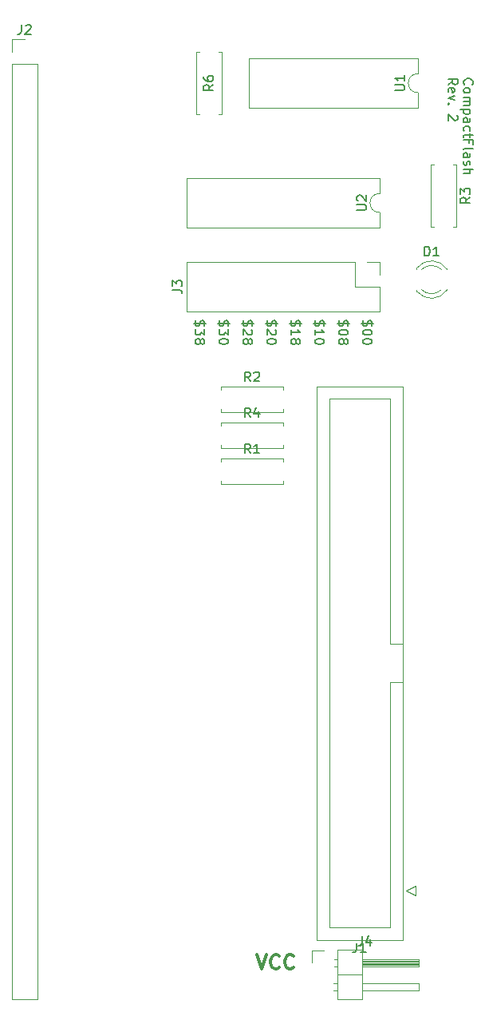
<source format=gbr>
%TF.GenerationSoftware,KiCad,Pcbnew,5.1.6-c6e7f7d~87~ubuntu18.04.1*%
%TF.CreationDate,2020-10-10T11:51:25+01:00*%
%TF.ProjectId,CFCard,43464361-7264-42e6-9b69-6361645f7063,rev?*%
%TF.SameCoordinates,Original*%
%TF.FileFunction,Legend,Top*%
%TF.FilePolarity,Positive*%
%FSLAX46Y46*%
G04 Gerber Fmt 4.6, Leading zero omitted, Abs format (unit mm)*
G04 Created by KiCad (PCBNEW 5.1.6-c6e7f7d~87~ubuntu18.04.1) date 2020-10-10 11:51:25*
%MOMM*%
%LPD*%
G01*
G04 APERTURE LIST*
%ADD10C,0.300000*%
%ADD11C,0.150000*%
%ADD12C,0.120000*%
G04 APERTURE END LIST*
D10*
X109760000Y-132528571D02*
X110260000Y-134028571D01*
X110760000Y-132528571D01*
X112117142Y-133885714D02*
X112045714Y-133957142D01*
X111831428Y-134028571D01*
X111688571Y-134028571D01*
X111474285Y-133957142D01*
X111331428Y-133814285D01*
X111260000Y-133671428D01*
X111188571Y-133385714D01*
X111188571Y-133171428D01*
X111260000Y-132885714D01*
X111331428Y-132742857D01*
X111474285Y-132600000D01*
X111688571Y-132528571D01*
X111831428Y-132528571D01*
X112045714Y-132600000D01*
X112117142Y-132671428D01*
X113617142Y-133885714D02*
X113545714Y-133957142D01*
X113331428Y-134028571D01*
X113188571Y-134028571D01*
X112974285Y-133957142D01*
X112831428Y-133814285D01*
X112760000Y-133671428D01*
X112688571Y-133385714D01*
X112688571Y-133171428D01*
X112760000Y-132885714D01*
X112831428Y-132742857D01*
X112974285Y-132600000D01*
X113188571Y-132528571D01*
X113331428Y-132528571D01*
X113545714Y-132600000D01*
X113617142Y-132671428D01*
D11*
X103227238Y-65311976D02*
X103179619Y-65454833D01*
X103179619Y-65692928D01*
X103227238Y-65788166D01*
X103274857Y-65835785D01*
X103370095Y-65883404D01*
X103465333Y-65883404D01*
X103560571Y-65835785D01*
X103608190Y-65788166D01*
X103655809Y-65692928D01*
X103703428Y-65502452D01*
X103751047Y-65407214D01*
X103798666Y-65359595D01*
X103893904Y-65311976D01*
X103989142Y-65311976D01*
X104084380Y-65359595D01*
X104132000Y-65407214D01*
X104179619Y-65502452D01*
X104179619Y-65740547D01*
X104132000Y-65883404D01*
X104322476Y-65597690D02*
X103036761Y-65597690D01*
X104179619Y-66216738D02*
X104179619Y-66835785D01*
X103798666Y-66502452D01*
X103798666Y-66645309D01*
X103751047Y-66740547D01*
X103703428Y-66788166D01*
X103608190Y-66835785D01*
X103370095Y-66835785D01*
X103274857Y-66788166D01*
X103227238Y-66740547D01*
X103179619Y-66645309D01*
X103179619Y-66359595D01*
X103227238Y-66264357D01*
X103274857Y-66216738D01*
X103751047Y-67407214D02*
X103798666Y-67311976D01*
X103846285Y-67264357D01*
X103941523Y-67216738D01*
X103989142Y-67216738D01*
X104084380Y-67264357D01*
X104132000Y-67311976D01*
X104179619Y-67407214D01*
X104179619Y-67597690D01*
X104132000Y-67692928D01*
X104084380Y-67740547D01*
X103989142Y-67788166D01*
X103941523Y-67788166D01*
X103846285Y-67740547D01*
X103798666Y-67692928D01*
X103751047Y-67597690D01*
X103751047Y-67407214D01*
X103703428Y-67311976D01*
X103655809Y-67264357D01*
X103560571Y-67216738D01*
X103370095Y-67216738D01*
X103274857Y-67264357D01*
X103227238Y-67311976D01*
X103179619Y-67407214D01*
X103179619Y-67597690D01*
X103227238Y-67692928D01*
X103274857Y-67740547D01*
X103370095Y-67788166D01*
X103560571Y-67788166D01*
X103655809Y-67740547D01*
X103703428Y-67692928D01*
X103751047Y-67597690D01*
X105767238Y-65311976D02*
X105719619Y-65454833D01*
X105719619Y-65692928D01*
X105767238Y-65788166D01*
X105814857Y-65835785D01*
X105910095Y-65883404D01*
X106005333Y-65883404D01*
X106100571Y-65835785D01*
X106148190Y-65788166D01*
X106195809Y-65692928D01*
X106243428Y-65502452D01*
X106291047Y-65407214D01*
X106338666Y-65359595D01*
X106433904Y-65311976D01*
X106529142Y-65311976D01*
X106624380Y-65359595D01*
X106672000Y-65407214D01*
X106719619Y-65502452D01*
X106719619Y-65740547D01*
X106672000Y-65883404D01*
X106862476Y-65597690D02*
X105576761Y-65597690D01*
X106719619Y-66216738D02*
X106719619Y-66835785D01*
X106338666Y-66502452D01*
X106338666Y-66645309D01*
X106291047Y-66740547D01*
X106243428Y-66788166D01*
X106148190Y-66835785D01*
X105910095Y-66835785D01*
X105814857Y-66788166D01*
X105767238Y-66740547D01*
X105719619Y-66645309D01*
X105719619Y-66359595D01*
X105767238Y-66264357D01*
X105814857Y-66216738D01*
X106719619Y-67454833D02*
X106719619Y-67550071D01*
X106672000Y-67645309D01*
X106624380Y-67692928D01*
X106529142Y-67740547D01*
X106338666Y-67788166D01*
X106100571Y-67788166D01*
X105910095Y-67740547D01*
X105814857Y-67692928D01*
X105767238Y-67645309D01*
X105719619Y-67550071D01*
X105719619Y-67454833D01*
X105767238Y-67359595D01*
X105814857Y-67311976D01*
X105910095Y-67264357D01*
X106100571Y-67216738D01*
X106338666Y-67216738D01*
X106529142Y-67264357D01*
X106624380Y-67311976D01*
X106672000Y-67359595D01*
X106719619Y-67454833D01*
X108307238Y-65311976D02*
X108259619Y-65454833D01*
X108259619Y-65692928D01*
X108307238Y-65788166D01*
X108354857Y-65835785D01*
X108450095Y-65883404D01*
X108545333Y-65883404D01*
X108640571Y-65835785D01*
X108688190Y-65788166D01*
X108735809Y-65692928D01*
X108783428Y-65502452D01*
X108831047Y-65407214D01*
X108878666Y-65359595D01*
X108973904Y-65311976D01*
X109069142Y-65311976D01*
X109164380Y-65359595D01*
X109212000Y-65407214D01*
X109259619Y-65502452D01*
X109259619Y-65740547D01*
X109212000Y-65883404D01*
X109402476Y-65597690D02*
X108116761Y-65597690D01*
X109164380Y-66264357D02*
X109212000Y-66311976D01*
X109259619Y-66407214D01*
X109259619Y-66645309D01*
X109212000Y-66740547D01*
X109164380Y-66788166D01*
X109069142Y-66835785D01*
X108973904Y-66835785D01*
X108831047Y-66788166D01*
X108259619Y-66216738D01*
X108259619Y-66835785D01*
X108831047Y-67407214D02*
X108878666Y-67311976D01*
X108926285Y-67264357D01*
X109021523Y-67216738D01*
X109069142Y-67216738D01*
X109164380Y-67264357D01*
X109212000Y-67311976D01*
X109259619Y-67407214D01*
X109259619Y-67597690D01*
X109212000Y-67692928D01*
X109164380Y-67740547D01*
X109069142Y-67788166D01*
X109021523Y-67788166D01*
X108926285Y-67740547D01*
X108878666Y-67692928D01*
X108831047Y-67597690D01*
X108831047Y-67407214D01*
X108783428Y-67311976D01*
X108735809Y-67264357D01*
X108640571Y-67216738D01*
X108450095Y-67216738D01*
X108354857Y-67264357D01*
X108307238Y-67311976D01*
X108259619Y-67407214D01*
X108259619Y-67597690D01*
X108307238Y-67692928D01*
X108354857Y-67740547D01*
X108450095Y-67788166D01*
X108640571Y-67788166D01*
X108735809Y-67740547D01*
X108783428Y-67692928D01*
X108831047Y-67597690D01*
X110847238Y-65311976D02*
X110799619Y-65454833D01*
X110799619Y-65692928D01*
X110847238Y-65788166D01*
X110894857Y-65835785D01*
X110990095Y-65883404D01*
X111085333Y-65883404D01*
X111180571Y-65835785D01*
X111228190Y-65788166D01*
X111275809Y-65692928D01*
X111323428Y-65502452D01*
X111371047Y-65407214D01*
X111418666Y-65359595D01*
X111513904Y-65311976D01*
X111609142Y-65311976D01*
X111704380Y-65359595D01*
X111752000Y-65407214D01*
X111799619Y-65502452D01*
X111799619Y-65740547D01*
X111752000Y-65883404D01*
X111942476Y-65597690D02*
X110656761Y-65597690D01*
X111704380Y-66264357D02*
X111752000Y-66311976D01*
X111799619Y-66407214D01*
X111799619Y-66645309D01*
X111752000Y-66740547D01*
X111704380Y-66788166D01*
X111609142Y-66835785D01*
X111513904Y-66835785D01*
X111371047Y-66788166D01*
X110799619Y-66216738D01*
X110799619Y-66835785D01*
X111799619Y-67454833D02*
X111799619Y-67550071D01*
X111752000Y-67645309D01*
X111704380Y-67692928D01*
X111609142Y-67740547D01*
X111418666Y-67788166D01*
X111180571Y-67788166D01*
X110990095Y-67740547D01*
X110894857Y-67692928D01*
X110847238Y-67645309D01*
X110799619Y-67550071D01*
X110799619Y-67454833D01*
X110847238Y-67359595D01*
X110894857Y-67311976D01*
X110990095Y-67264357D01*
X111180571Y-67216738D01*
X111418666Y-67216738D01*
X111609142Y-67264357D01*
X111704380Y-67311976D01*
X111752000Y-67359595D01*
X111799619Y-67454833D01*
X113387238Y-65311976D02*
X113339619Y-65454833D01*
X113339619Y-65692928D01*
X113387238Y-65788166D01*
X113434857Y-65835785D01*
X113530095Y-65883404D01*
X113625333Y-65883404D01*
X113720571Y-65835785D01*
X113768190Y-65788166D01*
X113815809Y-65692928D01*
X113863428Y-65502452D01*
X113911047Y-65407214D01*
X113958666Y-65359595D01*
X114053904Y-65311976D01*
X114149142Y-65311976D01*
X114244380Y-65359595D01*
X114292000Y-65407214D01*
X114339619Y-65502452D01*
X114339619Y-65740547D01*
X114292000Y-65883404D01*
X114482476Y-65597690D02*
X113196761Y-65597690D01*
X113339619Y-66835785D02*
X113339619Y-66264357D01*
X113339619Y-66550071D02*
X114339619Y-66550071D01*
X114196761Y-66454833D01*
X114101523Y-66359595D01*
X114053904Y-66264357D01*
X113911047Y-67407214D02*
X113958666Y-67311976D01*
X114006285Y-67264357D01*
X114101523Y-67216738D01*
X114149142Y-67216738D01*
X114244380Y-67264357D01*
X114292000Y-67311976D01*
X114339619Y-67407214D01*
X114339619Y-67597690D01*
X114292000Y-67692928D01*
X114244380Y-67740547D01*
X114149142Y-67788166D01*
X114101523Y-67788166D01*
X114006285Y-67740547D01*
X113958666Y-67692928D01*
X113911047Y-67597690D01*
X113911047Y-67407214D01*
X113863428Y-67311976D01*
X113815809Y-67264357D01*
X113720571Y-67216738D01*
X113530095Y-67216738D01*
X113434857Y-67264357D01*
X113387238Y-67311976D01*
X113339619Y-67407214D01*
X113339619Y-67597690D01*
X113387238Y-67692928D01*
X113434857Y-67740547D01*
X113530095Y-67788166D01*
X113720571Y-67788166D01*
X113815809Y-67740547D01*
X113863428Y-67692928D01*
X113911047Y-67597690D01*
X115927238Y-65311976D02*
X115879619Y-65454833D01*
X115879619Y-65692928D01*
X115927238Y-65788166D01*
X115974857Y-65835785D01*
X116070095Y-65883404D01*
X116165333Y-65883404D01*
X116260571Y-65835785D01*
X116308190Y-65788166D01*
X116355809Y-65692928D01*
X116403428Y-65502452D01*
X116451047Y-65407214D01*
X116498666Y-65359595D01*
X116593904Y-65311976D01*
X116689142Y-65311976D01*
X116784380Y-65359595D01*
X116832000Y-65407214D01*
X116879619Y-65502452D01*
X116879619Y-65740547D01*
X116832000Y-65883404D01*
X117022476Y-65597690D02*
X115736761Y-65597690D01*
X115879619Y-66835785D02*
X115879619Y-66264357D01*
X115879619Y-66550071D02*
X116879619Y-66550071D01*
X116736761Y-66454833D01*
X116641523Y-66359595D01*
X116593904Y-66264357D01*
X116879619Y-67454833D02*
X116879619Y-67550071D01*
X116832000Y-67645309D01*
X116784380Y-67692928D01*
X116689142Y-67740547D01*
X116498666Y-67788166D01*
X116260571Y-67788166D01*
X116070095Y-67740547D01*
X115974857Y-67692928D01*
X115927238Y-67645309D01*
X115879619Y-67550071D01*
X115879619Y-67454833D01*
X115927238Y-67359595D01*
X115974857Y-67311976D01*
X116070095Y-67264357D01*
X116260571Y-67216738D01*
X116498666Y-67216738D01*
X116689142Y-67264357D01*
X116784380Y-67311976D01*
X116832000Y-67359595D01*
X116879619Y-67454833D01*
X118467238Y-65311976D02*
X118419619Y-65454833D01*
X118419619Y-65692928D01*
X118467238Y-65788166D01*
X118514857Y-65835785D01*
X118610095Y-65883404D01*
X118705333Y-65883404D01*
X118800571Y-65835785D01*
X118848190Y-65788166D01*
X118895809Y-65692928D01*
X118943428Y-65502452D01*
X118991047Y-65407214D01*
X119038666Y-65359595D01*
X119133904Y-65311976D01*
X119229142Y-65311976D01*
X119324380Y-65359595D01*
X119372000Y-65407214D01*
X119419619Y-65502452D01*
X119419619Y-65740547D01*
X119372000Y-65883404D01*
X119562476Y-65597690D02*
X118276761Y-65597690D01*
X119419619Y-66502452D02*
X119419619Y-66597690D01*
X119372000Y-66692928D01*
X119324380Y-66740547D01*
X119229142Y-66788166D01*
X119038666Y-66835785D01*
X118800571Y-66835785D01*
X118610095Y-66788166D01*
X118514857Y-66740547D01*
X118467238Y-66692928D01*
X118419619Y-66597690D01*
X118419619Y-66502452D01*
X118467238Y-66407214D01*
X118514857Y-66359595D01*
X118610095Y-66311976D01*
X118800571Y-66264357D01*
X119038666Y-66264357D01*
X119229142Y-66311976D01*
X119324380Y-66359595D01*
X119372000Y-66407214D01*
X119419619Y-66502452D01*
X118991047Y-67407214D02*
X119038666Y-67311976D01*
X119086285Y-67264357D01*
X119181523Y-67216738D01*
X119229142Y-67216738D01*
X119324380Y-67264357D01*
X119372000Y-67311976D01*
X119419619Y-67407214D01*
X119419619Y-67597690D01*
X119372000Y-67692928D01*
X119324380Y-67740547D01*
X119229142Y-67788166D01*
X119181523Y-67788166D01*
X119086285Y-67740547D01*
X119038666Y-67692928D01*
X118991047Y-67597690D01*
X118991047Y-67407214D01*
X118943428Y-67311976D01*
X118895809Y-67264357D01*
X118800571Y-67216738D01*
X118610095Y-67216738D01*
X118514857Y-67264357D01*
X118467238Y-67311976D01*
X118419619Y-67407214D01*
X118419619Y-67597690D01*
X118467238Y-67692928D01*
X118514857Y-67740547D01*
X118610095Y-67788166D01*
X118800571Y-67788166D01*
X118895809Y-67740547D01*
X118943428Y-67692928D01*
X118991047Y-67597690D01*
X121007238Y-65311976D02*
X120959619Y-65454833D01*
X120959619Y-65692928D01*
X121007238Y-65788166D01*
X121054857Y-65835785D01*
X121150095Y-65883404D01*
X121245333Y-65883404D01*
X121340571Y-65835785D01*
X121388190Y-65788166D01*
X121435809Y-65692928D01*
X121483428Y-65502452D01*
X121531047Y-65407214D01*
X121578666Y-65359595D01*
X121673904Y-65311976D01*
X121769142Y-65311976D01*
X121864380Y-65359595D01*
X121912000Y-65407214D01*
X121959619Y-65502452D01*
X121959619Y-65740547D01*
X121912000Y-65883404D01*
X122102476Y-65597690D02*
X120816761Y-65597690D01*
X121959619Y-66502452D02*
X121959619Y-66597690D01*
X121912000Y-66692928D01*
X121864380Y-66740547D01*
X121769142Y-66788166D01*
X121578666Y-66835785D01*
X121340571Y-66835785D01*
X121150095Y-66788166D01*
X121054857Y-66740547D01*
X121007238Y-66692928D01*
X120959619Y-66597690D01*
X120959619Y-66502452D01*
X121007238Y-66407214D01*
X121054857Y-66359595D01*
X121150095Y-66311976D01*
X121340571Y-66264357D01*
X121578666Y-66264357D01*
X121769142Y-66311976D01*
X121864380Y-66359595D01*
X121912000Y-66407214D01*
X121959619Y-66502452D01*
X121959619Y-67454833D02*
X121959619Y-67550071D01*
X121912000Y-67645309D01*
X121864380Y-67692928D01*
X121769142Y-67740547D01*
X121578666Y-67788166D01*
X121340571Y-67788166D01*
X121150095Y-67740547D01*
X121054857Y-67692928D01*
X121007238Y-67645309D01*
X120959619Y-67550071D01*
X120959619Y-67454833D01*
X121007238Y-67359595D01*
X121054857Y-67311976D01*
X121150095Y-67264357D01*
X121340571Y-67216738D01*
X121578666Y-67216738D01*
X121769142Y-67264357D01*
X121864380Y-67311976D01*
X121912000Y-67359595D01*
X121959619Y-67454833D01*
X131785857Y-40277023D02*
X131738238Y-40229404D01*
X131690619Y-40086547D01*
X131690619Y-39991309D01*
X131738238Y-39848452D01*
X131833476Y-39753214D01*
X131928714Y-39705595D01*
X132119190Y-39657976D01*
X132262047Y-39657976D01*
X132452523Y-39705595D01*
X132547761Y-39753214D01*
X132643000Y-39848452D01*
X132690619Y-39991309D01*
X132690619Y-40086547D01*
X132643000Y-40229404D01*
X132595380Y-40277023D01*
X131690619Y-40848452D02*
X131738238Y-40753214D01*
X131785857Y-40705595D01*
X131881095Y-40657976D01*
X132166809Y-40657976D01*
X132262047Y-40705595D01*
X132309666Y-40753214D01*
X132357285Y-40848452D01*
X132357285Y-40991309D01*
X132309666Y-41086547D01*
X132262047Y-41134166D01*
X132166809Y-41181785D01*
X131881095Y-41181785D01*
X131785857Y-41134166D01*
X131738238Y-41086547D01*
X131690619Y-40991309D01*
X131690619Y-40848452D01*
X131690619Y-41610357D02*
X132357285Y-41610357D01*
X132262047Y-41610357D02*
X132309666Y-41657976D01*
X132357285Y-41753214D01*
X132357285Y-41896071D01*
X132309666Y-41991309D01*
X132214428Y-42038928D01*
X131690619Y-42038928D01*
X132214428Y-42038928D02*
X132309666Y-42086547D01*
X132357285Y-42181785D01*
X132357285Y-42324642D01*
X132309666Y-42419880D01*
X132214428Y-42467500D01*
X131690619Y-42467500D01*
X132357285Y-42943690D02*
X131357285Y-42943690D01*
X132309666Y-42943690D02*
X132357285Y-43038928D01*
X132357285Y-43229404D01*
X132309666Y-43324642D01*
X132262047Y-43372261D01*
X132166809Y-43419880D01*
X131881095Y-43419880D01*
X131785857Y-43372261D01*
X131738238Y-43324642D01*
X131690619Y-43229404D01*
X131690619Y-43038928D01*
X131738238Y-42943690D01*
X131690619Y-44277023D02*
X132214428Y-44277023D01*
X132309666Y-44229404D01*
X132357285Y-44134166D01*
X132357285Y-43943690D01*
X132309666Y-43848452D01*
X131738238Y-44277023D02*
X131690619Y-44181785D01*
X131690619Y-43943690D01*
X131738238Y-43848452D01*
X131833476Y-43800833D01*
X131928714Y-43800833D01*
X132023952Y-43848452D01*
X132071571Y-43943690D01*
X132071571Y-44181785D01*
X132119190Y-44277023D01*
X131738238Y-45181785D02*
X131690619Y-45086547D01*
X131690619Y-44896071D01*
X131738238Y-44800833D01*
X131785857Y-44753214D01*
X131881095Y-44705595D01*
X132166809Y-44705595D01*
X132262047Y-44753214D01*
X132309666Y-44800833D01*
X132357285Y-44896071D01*
X132357285Y-45086547D01*
X132309666Y-45181785D01*
X132357285Y-45467500D02*
X132357285Y-45848452D01*
X132690619Y-45610357D02*
X131833476Y-45610357D01*
X131738238Y-45657976D01*
X131690619Y-45753214D01*
X131690619Y-45848452D01*
X132214428Y-46515119D02*
X132214428Y-46181785D01*
X131690619Y-46181785D02*
X132690619Y-46181785D01*
X132690619Y-46657976D01*
X131690619Y-47181785D02*
X131738238Y-47086547D01*
X131833476Y-47038928D01*
X132690619Y-47038928D01*
X131690619Y-47991309D02*
X132214428Y-47991309D01*
X132309666Y-47943690D01*
X132357285Y-47848452D01*
X132357285Y-47657976D01*
X132309666Y-47562738D01*
X131738238Y-47991309D02*
X131690619Y-47896071D01*
X131690619Y-47657976D01*
X131738238Y-47562738D01*
X131833476Y-47515119D01*
X131928714Y-47515119D01*
X132023952Y-47562738D01*
X132071571Y-47657976D01*
X132071571Y-47896071D01*
X132119190Y-47991309D01*
X131738238Y-48419880D02*
X131690619Y-48515119D01*
X131690619Y-48705595D01*
X131738238Y-48800833D01*
X131833476Y-48848452D01*
X131881095Y-48848452D01*
X131976333Y-48800833D01*
X132023952Y-48705595D01*
X132023952Y-48562738D01*
X132071571Y-48467500D01*
X132166809Y-48419880D01*
X132214428Y-48419880D01*
X132309666Y-48467500D01*
X132357285Y-48562738D01*
X132357285Y-48705595D01*
X132309666Y-48800833D01*
X131690619Y-49277023D02*
X132690619Y-49277023D01*
X131690619Y-49705595D02*
X132214428Y-49705595D01*
X132309666Y-49657976D01*
X132357285Y-49562738D01*
X132357285Y-49419880D01*
X132309666Y-49324642D01*
X132262047Y-49277023D01*
X130040619Y-40277023D02*
X130516809Y-39943690D01*
X130040619Y-39705595D02*
X131040619Y-39705595D01*
X131040619Y-40086547D01*
X130993000Y-40181785D01*
X130945380Y-40229404D01*
X130850142Y-40277023D01*
X130707285Y-40277023D01*
X130612047Y-40229404D01*
X130564428Y-40181785D01*
X130516809Y-40086547D01*
X130516809Y-39705595D01*
X130088238Y-41086547D02*
X130040619Y-40991309D01*
X130040619Y-40800833D01*
X130088238Y-40705595D01*
X130183476Y-40657976D01*
X130564428Y-40657976D01*
X130659666Y-40705595D01*
X130707285Y-40800833D01*
X130707285Y-40991309D01*
X130659666Y-41086547D01*
X130564428Y-41134166D01*
X130469190Y-41134166D01*
X130373952Y-40657976D01*
X130707285Y-41467500D02*
X130040619Y-41705595D01*
X130707285Y-41943690D01*
X130135857Y-42324642D02*
X130088238Y-42372261D01*
X130040619Y-42324642D01*
X130088238Y-42277023D01*
X130135857Y-42324642D01*
X130040619Y-42324642D01*
X130945380Y-43515119D02*
X130993000Y-43562738D01*
X131040619Y-43657976D01*
X131040619Y-43896071D01*
X130993000Y-43991309D01*
X130945380Y-44038928D01*
X130850142Y-44086547D01*
X130754904Y-44086547D01*
X130612047Y-44038928D01*
X130040619Y-43467500D01*
X130040619Y-44086547D01*
D12*
%TO.C,J4*%
X118280000Y-132020000D02*
X118280000Y-137220000D01*
X118280000Y-137220000D02*
X120940000Y-137220000D01*
X120940000Y-137220000D02*
X120940000Y-132020000D01*
X120940000Y-132020000D02*
X118280000Y-132020000D01*
X120940000Y-132970000D02*
X126940000Y-132970000D01*
X126940000Y-132970000D02*
X126940000Y-133730000D01*
X126940000Y-133730000D02*
X120940000Y-133730000D01*
X120940000Y-133030000D02*
X126940000Y-133030000D01*
X120940000Y-133150000D02*
X126940000Y-133150000D01*
X120940000Y-133270000D02*
X126940000Y-133270000D01*
X120940000Y-133390000D02*
X126940000Y-133390000D01*
X120940000Y-133510000D02*
X126940000Y-133510000D01*
X120940000Y-133630000D02*
X126940000Y-133630000D01*
X117950000Y-132970000D02*
X118280000Y-132970000D01*
X117950000Y-133730000D02*
X118280000Y-133730000D01*
X118280000Y-134620000D02*
X120940000Y-134620000D01*
X120940000Y-135510000D02*
X126940000Y-135510000D01*
X126940000Y-135510000D02*
X126940000Y-136270000D01*
X126940000Y-136270000D02*
X120940000Y-136270000D01*
X117882929Y-135510000D02*
X118280000Y-135510000D01*
X117882929Y-136270000D02*
X118280000Y-136270000D01*
X115570000Y-133350000D02*
X115570000Y-132080000D01*
X115570000Y-132080000D02*
X116840000Y-132080000D01*
%TO.C,R4*%
X105950000Y-76430000D02*
X105950000Y-76100000D01*
X105950000Y-76100000D02*
X112490000Y-76100000D01*
X112490000Y-76100000D02*
X112490000Y-76430000D01*
X105950000Y-78510000D02*
X105950000Y-78840000D01*
X105950000Y-78840000D02*
X112490000Y-78840000D01*
X112490000Y-78840000D02*
X112490000Y-78510000D01*
%TO.C,R3*%
X130580000Y-48800000D02*
X130910000Y-48800000D01*
X130910000Y-48800000D02*
X130910000Y-55340000D01*
X130910000Y-55340000D02*
X130580000Y-55340000D01*
X128500000Y-48800000D02*
X128170000Y-48800000D01*
X128170000Y-48800000D02*
X128170000Y-55340000D01*
X128170000Y-55340000D02*
X128500000Y-55340000D01*
%TO.C,R2*%
X105950000Y-72620000D02*
X105950000Y-72290000D01*
X105950000Y-72290000D02*
X112490000Y-72290000D01*
X112490000Y-72290000D02*
X112490000Y-72620000D01*
X105950000Y-74700000D02*
X105950000Y-75030000D01*
X105950000Y-75030000D02*
X112490000Y-75030000D01*
X112490000Y-75030000D02*
X112490000Y-74700000D01*
%TO.C,R1*%
X105950000Y-80240000D02*
X105950000Y-79910000D01*
X105950000Y-79910000D02*
X112490000Y-79910000D01*
X112490000Y-79910000D02*
X112490000Y-80240000D01*
X105950000Y-82320000D02*
X105950000Y-82650000D01*
X105950000Y-82650000D02*
X112490000Y-82650000D01*
X112490000Y-82650000D02*
X112490000Y-82320000D01*
%TO.C,J1*%
X125210000Y-130940000D02*
X116090000Y-130940000D01*
X116090000Y-130940000D02*
X116090000Y-72260000D01*
X116090000Y-72260000D02*
X125210000Y-72260000D01*
X125210000Y-72260000D02*
X125210000Y-130940000D01*
X125210000Y-103650000D02*
X123900000Y-103650000D01*
X123900000Y-103650000D02*
X123900000Y-129640000D01*
X123900000Y-129640000D02*
X117400000Y-129640000D01*
X117400000Y-129640000D02*
X117400000Y-73560000D01*
X117400000Y-73560000D02*
X123900000Y-73560000D01*
X123900000Y-73560000D02*
X123900000Y-99550000D01*
X123900000Y-99550000D02*
X123900000Y-99550000D01*
X123900000Y-99550000D02*
X125210000Y-99550000D01*
X125600000Y-125730000D02*
X126600000Y-126230000D01*
X126600000Y-126230000D02*
X126600000Y-125230000D01*
X126600000Y-125230000D02*
X125600000Y-125730000D01*
%TO.C,D1*%
X129311130Y-62039837D02*
G75*
G02*
X127229039Y-62040000I-1041130J1079837D01*
G01*
X129311130Y-59880163D02*
G75*
G03*
X127229039Y-59880000I-1041130J-1079837D01*
G01*
X129942335Y-62038608D02*
G75*
G02*
X126710000Y-62195516I-1672335J1078608D01*
G01*
X129942335Y-59881392D02*
G75*
G03*
X126710000Y-59724484I-1672335J-1078608D01*
G01*
X126710000Y-59724000D02*
X126710000Y-59880000D01*
X126710000Y-62040000D02*
X126710000Y-62196000D01*
%TO.C,R6*%
X103278000Y-43402000D02*
X103608000Y-43402000D01*
X103278000Y-36862000D02*
X103278000Y-43402000D01*
X103608000Y-36862000D02*
X103278000Y-36862000D01*
X106018000Y-43402000D02*
X105688000Y-43402000D01*
X106018000Y-36862000D02*
X106018000Y-43402000D01*
X105688000Y-36862000D02*
X106018000Y-36862000D01*
%TO.C,U1*%
X126806000Y-39132000D02*
X126806000Y-37482000D01*
X126806000Y-37482000D02*
X108906000Y-37482000D01*
X108906000Y-37482000D02*
X108906000Y-42782000D01*
X108906000Y-42782000D02*
X126806000Y-42782000D01*
X126806000Y-42782000D02*
X126806000Y-41132000D01*
X126806000Y-41132000D02*
G75*
G02*
X126806000Y-39132000I0J1000000D01*
G01*
%TO.C,U2*%
X122742000Y-51832000D02*
X122742000Y-50182000D01*
X122742000Y-50182000D02*
X102302000Y-50182000D01*
X102302000Y-50182000D02*
X102302000Y-55482000D01*
X102302000Y-55482000D02*
X122742000Y-55482000D01*
X122742000Y-55482000D02*
X122742000Y-53832000D01*
X122742000Y-53832000D02*
G75*
G02*
X122742000Y-51832000I0J1000000D01*
G01*
%TO.C,J3*%
X102302000Y-59122000D02*
X102302000Y-64322000D01*
X120142000Y-59122000D02*
X102302000Y-59122000D01*
X122742000Y-64322000D02*
X102302000Y-64322000D01*
X120142000Y-59122000D02*
X120142000Y-61722000D01*
X120142000Y-61722000D02*
X122742000Y-61722000D01*
X122742000Y-61722000D02*
X122742000Y-64322000D01*
X121412000Y-59122000D02*
X122742000Y-59122000D01*
X122742000Y-59122000D02*
X122742000Y-60452000D01*
%TO.C,J2*%
X83760000Y-137220000D02*
X86420000Y-137220000D01*
X83760000Y-38100000D02*
X83760000Y-137220000D01*
X86420000Y-38100000D02*
X86420000Y-137220000D01*
X83760000Y-38100000D02*
X86420000Y-38100000D01*
X83760000Y-36830000D02*
X83760000Y-35500000D01*
X83760000Y-35500000D02*
X85090000Y-35500000D01*
%TO.C,J4*%
D11*
X120891666Y-130532380D02*
X120891666Y-131246666D01*
X120844047Y-131389523D01*
X120748809Y-131484761D01*
X120605952Y-131532380D01*
X120510714Y-131532380D01*
X121796428Y-130865714D02*
X121796428Y-131532380D01*
X121558333Y-130484761D02*
X121320238Y-131199047D01*
X121939285Y-131199047D01*
%TO.C,R4*%
X109053333Y-75552380D02*
X108720000Y-75076190D01*
X108481904Y-75552380D02*
X108481904Y-74552380D01*
X108862857Y-74552380D01*
X108958095Y-74600000D01*
X109005714Y-74647619D01*
X109053333Y-74742857D01*
X109053333Y-74885714D01*
X109005714Y-74980952D01*
X108958095Y-75028571D01*
X108862857Y-75076190D01*
X108481904Y-75076190D01*
X109910476Y-74885714D02*
X109910476Y-75552380D01*
X109672380Y-74504761D02*
X109434285Y-75219047D01*
X110053333Y-75219047D01*
%TO.C,R3*%
X132362380Y-52236666D02*
X131886190Y-52570000D01*
X132362380Y-52808095D02*
X131362380Y-52808095D01*
X131362380Y-52427142D01*
X131410000Y-52331904D01*
X131457619Y-52284285D01*
X131552857Y-52236666D01*
X131695714Y-52236666D01*
X131790952Y-52284285D01*
X131838571Y-52331904D01*
X131886190Y-52427142D01*
X131886190Y-52808095D01*
X131362380Y-51903333D02*
X131362380Y-51284285D01*
X131743333Y-51617619D01*
X131743333Y-51474761D01*
X131790952Y-51379523D01*
X131838571Y-51331904D01*
X131933809Y-51284285D01*
X132171904Y-51284285D01*
X132267142Y-51331904D01*
X132314761Y-51379523D01*
X132362380Y-51474761D01*
X132362380Y-51760476D01*
X132314761Y-51855714D01*
X132267142Y-51903333D01*
%TO.C,R2*%
X109053333Y-71742380D02*
X108720000Y-71266190D01*
X108481904Y-71742380D02*
X108481904Y-70742380D01*
X108862857Y-70742380D01*
X108958095Y-70790000D01*
X109005714Y-70837619D01*
X109053333Y-70932857D01*
X109053333Y-71075714D01*
X109005714Y-71170952D01*
X108958095Y-71218571D01*
X108862857Y-71266190D01*
X108481904Y-71266190D01*
X109434285Y-70837619D02*
X109481904Y-70790000D01*
X109577142Y-70742380D01*
X109815238Y-70742380D01*
X109910476Y-70790000D01*
X109958095Y-70837619D01*
X110005714Y-70932857D01*
X110005714Y-71028095D01*
X109958095Y-71170952D01*
X109386666Y-71742380D01*
X110005714Y-71742380D01*
%TO.C,R1*%
X109053333Y-79362380D02*
X108720000Y-78886190D01*
X108481904Y-79362380D02*
X108481904Y-78362380D01*
X108862857Y-78362380D01*
X108958095Y-78410000D01*
X109005714Y-78457619D01*
X109053333Y-78552857D01*
X109053333Y-78695714D01*
X109005714Y-78790952D01*
X108958095Y-78838571D01*
X108862857Y-78886190D01*
X108481904Y-78886190D01*
X110005714Y-79362380D02*
X109434285Y-79362380D01*
X109720000Y-79362380D02*
X109720000Y-78362380D01*
X109624761Y-78505238D01*
X109529523Y-78600476D01*
X109434285Y-78648095D01*
%TO.C,J1*%
X120316666Y-131282380D02*
X120316666Y-131996666D01*
X120269047Y-132139523D01*
X120173809Y-132234761D01*
X120030952Y-132282380D01*
X119935714Y-132282380D01*
X121316666Y-132282380D02*
X120745238Y-132282380D01*
X121030952Y-132282380D02*
X121030952Y-131282380D01*
X120935714Y-131425238D01*
X120840476Y-131520476D01*
X120745238Y-131568095D01*
%TO.C,D1*%
X127531904Y-58452380D02*
X127531904Y-57452380D01*
X127770000Y-57452380D01*
X127912857Y-57500000D01*
X128008095Y-57595238D01*
X128055714Y-57690476D01*
X128103333Y-57880952D01*
X128103333Y-58023809D01*
X128055714Y-58214285D01*
X128008095Y-58309523D01*
X127912857Y-58404761D01*
X127770000Y-58452380D01*
X127531904Y-58452380D01*
X129055714Y-58452380D02*
X128484285Y-58452380D01*
X128770000Y-58452380D02*
X128770000Y-57452380D01*
X128674761Y-57595238D01*
X128579523Y-57690476D01*
X128484285Y-57738095D01*
%TO.C,R6*%
X105100380Y-40298666D02*
X104624190Y-40632000D01*
X105100380Y-40870095D02*
X104100380Y-40870095D01*
X104100380Y-40489142D01*
X104148000Y-40393904D01*
X104195619Y-40346285D01*
X104290857Y-40298666D01*
X104433714Y-40298666D01*
X104528952Y-40346285D01*
X104576571Y-40393904D01*
X104624190Y-40489142D01*
X104624190Y-40870095D01*
X104100380Y-39441523D02*
X104100380Y-39632000D01*
X104148000Y-39727238D01*
X104195619Y-39774857D01*
X104338476Y-39870095D01*
X104528952Y-39917714D01*
X104909904Y-39917714D01*
X105005142Y-39870095D01*
X105052761Y-39822476D01*
X105100380Y-39727238D01*
X105100380Y-39536761D01*
X105052761Y-39441523D01*
X105005142Y-39393904D01*
X104909904Y-39346285D01*
X104671809Y-39346285D01*
X104576571Y-39393904D01*
X104528952Y-39441523D01*
X104481333Y-39536761D01*
X104481333Y-39727238D01*
X104528952Y-39822476D01*
X104576571Y-39870095D01*
X104671809Y-39917714D01*
%TO.C,U1*%
X124420380Y-40893904D02*
X125229904Y-40893904D01*
X125325142Y-40846285D01*
X125372761Y-40798666D01*
X125420380Y-40703428D01*
X125420380Y-40512952D01*
X125372761Y-40417714D01*
X125325142Y-40370095D01*
X125229904Y-40322476D01*
X124420380Y-40322476D01*
X125420380Y-39322476D02*
X125420380Y-39893904D01*
X125420380Y-39608190D02*
X124420380Y-39608190D01*
X124563238Y-39703428D01*
X124658476Y-39798666D01*
X124706095Y-39893904D01*
%TO.C,U2*%
X120356380Y-53593904D02*
X121165904Y-53593904D01*
X121261142Y-53546285D01*
X121308761Y-53498666D01*
X121356380Y-53403428D01*
X121356380Y-53212952D01*
X121308761Y-53117714D01*
X121261142Y-53070095D01*
X121165904Y-53022476D01*
X120356380Y-53022476D01*
X120451619Y-52593904D02*
X120404000Y-52546285D01*
X120356380Y-52451047D01*
X120356380Y-52212952D01*
X120404000Y-52117714D01*
X120451619Y-52070095D01*
X120546857Y-52022476D01*
X120642095Y-52022476D01*
X120784952Y-52070095D01*
X121356380Y-52641523D01*
X121356380Y-52022476D01*
%TO.C,J3*%
X100798380Y-62055333D02*
X101512666Y-62055333D01*
X101655523Y-62102952D01*
X101750761Y-62198190D01*
X101798380Y-62341047D01*
X101798380Y-62436285D01*
X100798380Y-61674380D02*
X100798380Y-61055333D01*
X101179333Y-61388666D01*
X101179333Y-61245809D01*
X101226952Y-61150571D01*
X101274571Y-61102952D01*
X101369809Y-61055333D01*
X101607904Y-61055333D01*
X101703142Y-61102952D01*
X101750761Y-61150571D01*
X101798380Y-61245809D01*
X101798380Y-61531523D01*
X101750761Y-61626761D01*
X101703142Y-61674380D01*
%TO.C,J2*%
X84756666Y-33952380D02*
X84756666Y-34666666D01*
X84709047Y-34809523D01*
X84613809Y-34904761D01*
X84470952Y-34952380D01*
X84375714Y-34952380D01*
X85185238Y-34047619D02*
X85232857Y-34000000D01*
X85328095Y-33952380D01*
X85566190Y-33952380D01*
X85661428Y-34000000D01*
X85709047Y-34047619D01*
X85756666Y-34142857D01*
X85756666Y-34238095D01*
X85709047Y-34380952D01*
X85137619Y-34952380D01*
X85756666Y-34952380D01*
%TD*%
M02*

</source>
